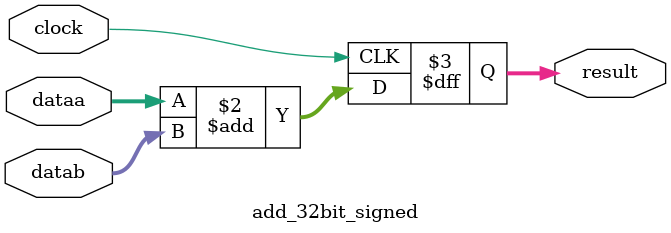
<source format=v>
module add_32bit_signed(
  input clock,
  input [31:0] dataa,
  input [31:0] datab,
  output reg [31:0] result
);
   always@(posedge clock) begin
	      result <= dataa + datab;
   end // always
   endmodule

</source>
